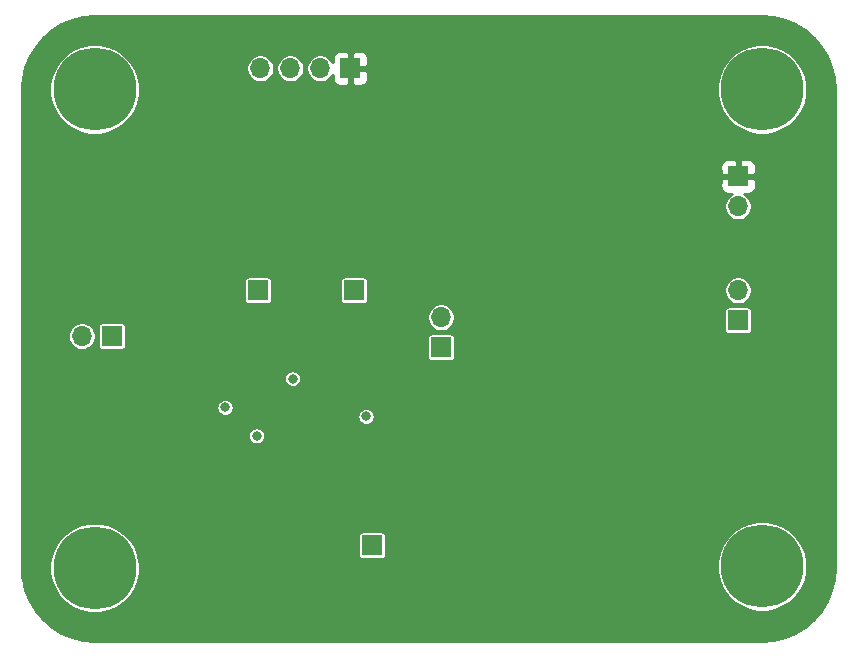
<source format=gbr>
%TF.GenerationSoftware,KiCad,Pcbnew,(5.1.9)-1*%
%TF.CreationDate,2021-07-10T09:16:25-04:00*%
%TF.ProjectId,detector_circuit_LTC6254,64657465-6374-46f7-925f-636972637569,rev?*%
%TF.SameCoordinates,Original*%
%TF.FileFunction,Copper,L2,Inr*%
%TF.FilePolarity,Positive*%
%FSLAX46Y46*%
G04 Gerber Fmt 4.6, Leading zero omitted, Abs format (unit mm)*
G04 Created by KiCad (PCBNEW (5.1.9)-1) date 2021-07-10 09:16:25*
%MOMM*%
%LPD*%
G01*
G04 APERTURE LIST*
%TA.AperFunction,ComponentPad*%
%ADD10C,7.000000*%
%TD*%
%TA.AperFunction,ComponentPad*%
%ADD11R,1.700000X1.700000*%
%TD*%
%TA.AperFunction,ComponentPad*%
%ADD12O,1.700000X1.700000*%
%TD*%
%TA.AperFunction,ViaPad*%
%ADD13C,0.800000*%
%TD*%
%TA.AperFunction,Conductor*%
%ADD14C,0.254000*%
%TD*%
%TA.AperFunction,Conductor*%
%ADD15C,0.100000*%
%TD*%
G04 APERTURE END LIST*
D10*
%TO.N,N/C*%
%TO.C,REF\u002A\u002A*%
X90170000Y-100457000D03*
%TD*%
%TO.N,N/C*%
%TO.C,REF\u002A\u002A*%
X146685000Y-100457000D03*
%TD*%
%TO.N,N/C*%
%TO.C,REF\u002A\u002A*%
X146685000Y-140843000D03*
%TD*%
D11*
%TO.N,Net-(C31-Pad2)*%
%TO.C,TP2*%
X104013000Y-117475000D03*
%TD*%
D12*
%TO.N,/SIPM_OUT*%
%TO.C,J3*%
X104203500Y-98679000D03*
%TO.N,/DET_ADC*%
X106743500Y-98679000D03*
%TO.N,/AMP_OUT*%
X109283500Y-98679000D03*
D11*
%TO.N,GND*%
X111823500Y-98679000D03*
%TD*%
D12*
%TO.N,N/C*%
%TO.C,J2*%
X144653000Y-117475000D03*
D11*
%TO.N,/SIPM_OUT*%
X144653000Y-120015000D03*
%TD*%
D12*
%TO.N,+4.7V*%
%TO.C,J1*%
X144653000Y-110363000D03*
D11*
%TO.N,GND*%
X144653000Y-107823000D03*
%TD*%
D10*
%TO.N,N/C*%
%TO.C,REF\u002A\u002A*%
X90170000Y-140970000D03*
%TD*%
D11*
%TO.N,Net-(C18-Pad2)*%
%TO.C,TP15*%
X113665000Y-139065000D03*
%TD*%
D12*
%TO.N,/AMP_OUT*%
%TO.C,JP1*%
X119507000Y-119761000D03*
D11*
%TO.N,Net-(C36-Pad1)*%
X119507000Y-122301000D03*
%TD*%
%TO.N,/DET_ADC*%
%TO.C,TP1*%
X112141000Y-117475000D03*
%TD*%
D12*
%TO.N,/Filter_IN*%
%TO.C,JP5*%
X89090500Y-121348500D03*
D11*
%TO.N,Net-(C31-Pad1)*%
X91630500Y-121348500D03*
%TD*%
D13*
%TO.N,GND*%
X124460000Y-123190000D03*
X109982000Y-140589000D03*
X100965000Y-140589000D03*
X101219000Y-125349000D03*
X127635000Y-123190000D03*
X114173000Y-100520500D03*
X114681000Y-127635000D03*
X126669800Y-131394200D03*
X122809000Y-131191000D03*
X130429000Y-131191000D03*
X133985000Y-131191000D03*
%TO.N,Net-(C31-Pad1)*%
X106943000Y-124959000D03*
%TO.N,Net-(C36-Pad1)*%
X113157000Y-128143000D03*
X103886000Y-129794000D03*
%TO.N,+4.7V*%
X101219000Y-127381000D03*
%TD*%
D14*
%TO.N,GND*%
X147650585Y-94360540D02*
X148592388Y-94586647D01*
X149487239Y-94957307D01*
X150313075Y-95463379D01*
X151049583Y-96092417D01*
X151678620Y-96828925D01*
X152184694Y-97654764D01*
X152555353Y-98549612D01*
X152781460Y-99491420D01*
X152858001Y-100463963D01*
X152858000Y-140963050D01*
X152781460Y-141935580D01*
X152555353Y-142877388D01*
X152184694Y-143772236D01*
X151678620Y-144598075D01*
X151049583Y-145334583D01*
X150313075Y-145963621D01*
X149487239Y-146469693D01*
X148592388Y-146840353D01*
X147650585Y-147066460D01*
X146678051Y-147143000D01*
X90176950Y-147143000D01*
X89204420Y-147066460D01*
X88262612Y-146840353D01*
X87367764Y-146469694D01*
X86541925Y-145963620D01*
X85805417Y-145334583D01*
X85176379Y-144598075D01*
X84670307Y-143772239D01*
X84299647Y-142877388D01*
X84073540Y-141935585D01*
X84067568Y-141859704D01*
X84066059Y-140593073D01*
X86343000Y-140593073D01*
X86343000Y-141346927D01*
X86490070Y-142086295D01*
X86778557Y-142782764D01*
X87197375Y-143409570D01*
X87730430Y-143942625D01*
X88357236Y-144361443D01*
X89053705Y-144649930D01*
X89793073Y-144797000D01*
X90546927Y-144797000D01*
X91286295Y-144649930D01*
X91982764Y-144361443D01*
X92609570Y-143942625D01*
X93142625Y-143409570D01*
X93561443Y-142782764D01*
X93849930Y-142086295D01*
X93997000Y-141346927D01*
X93997000Y-140593073D01*
X93971739Y-140466073D01*
X142858000Y-140466073D01*
X142858000Y-141219927D01*
X143005070Y-141959295D01*
X143293557Y-142655764D01*
X143712375Y-143282570D01*
X144245430Y-143815625D01*
X144872236Y-144234443D01*
X145568705Y-144522930D01*
X146308073Y-144670000D01*
X147061927Y-144670000D01*
X147801295Y-144522930D01*
X148497764Y-144234443D01*
X149124570Y-143815625D01*
X149657625Y-143282570D01*
X150076443Y-142655764D01*
X150364930Y-141959295D01*
X150512000Y-141219927D01*
X150512000Y-140466073D01*
X150364930Y-139726705D01*
X150076443Y-139030236D01*
X149657625Y-138403430D01*
X149124570Y-137870375D01*
X148497764Y-137451557D01*
X147801295Y-137163070D01*
X147061927Y-137016000D01*
X146308073Y-137016000D01*
X145568705Y-137163070D01*
X144872236Y-137451557D01*
X144245430Y-137870375D01*
X143712375Y-138403430D01*
X143293557Y-139030236D01*
X143005070Y-139726705D01*
X142858000Y-140466073D01*
X93971739Y-140466073D01*
X93849930Y-139853705D01*
X93561443Y-139157236D01*
X93142625Y-138530430D01*
X92827195Y-138215000D01*
X112486418Y-138215000D01*
X112486418Y-139915000D01*
X112492732Y-139979103D01*
X112511430Y-140040743D01*
X112541794Y-140097550D01*
X112582657Y-140147343D01*
X112632450Y-140188206D01*
X112689257Y-140218570D01*
X112750897Y-140237268D01*
X112815000Y-140243582D01*
X114515000Y-140243582D01*
X114579103Y-140237268D01*
X114640743Y-140218570D01*
X114697550Y-140188206D01*
X114747343Y-140147343D01*
X114788206Y-140097550D01*
X114818570Y-140040743D01*
X114837268Y-139979103D01*
X114843582Y-139915000D01*
X114843582Y-138215000D01*
X114837268Y-138150897D01*
X114818570Y-138089257D01*
X114788206Y-138032450D01*
X114747343Y-137982657D01*
X114697550Y-137941794D01*
X114640743Y-137911430D01*
X114579103Y-137892732D01*
X114515000Y-137886418D01*
X112815000Y-137886418D01*
X112750897Y-137892732D01*
X112689257Y-137911430D01*
X112632450Y-137941794D01*
X112582657Y-137982657D01*
X112541794Y-138032450D01*
X112511430Y-138089257D01*
X112492732Y-138150897D01*
X112486418Y-138215000D01*
X92827195Y-138215000D01*
X92609570Y-137997375D01*
X91982764Y-137578557D01*
X91286295Y-137290070D01*
X90546927Y-137143000D01*
X89793073Y-137143000D01*
X89053705Y-137290070D01*
X88357236Y-137578557D01*
X87730430Y-137997375D01*
X87197375Y-138530430D01*
X86778557Y-139157236D01*
X86490070Y-139853705D01*
X86343000Y-140593073D01*
X84066059Y-140593073D01*
X84053103Y-129722397D01*
X103159000Y-129722397D01*
X103159000Y-129865603D01*
X103186938Y-130006058D01*
X103241741Y-130138364D01*
X103321302Y-130257436D01*
X103422564Y-130358698D01*
X103541636Y-130438259D01*
X103673942Y-130493062D01*
X103814397Y-130521000D01*
X103957603Y-130521000D01*
X104098058Y-130493062D01*
X104230364Y-130438259D01*
X104349436Y-130358698D01*
X104450698Y-130257436D01*
X104530259Y-130138364D01*
X104585062Y-130006058D01*
X104613000Y-129865603D01*
X104613000Y-129722397D01*
X104585062Y-129581942D01*
X104530259Y-129449636D01*
X104450698Y-129330564D01*
X104349436Y-129229302D01*
X104230364Y-129149741D01*
X104098058Y-129094938D01*
X103957603Y-129067000D01*
X103814397Y-129067000D01*
X103673942Y-129094938D01*
X103541636Y-129149741D01*
X103422564Y-129229302D01*
X103321302Y-129330564D01*
X103241741Y-129449636D01*
X103186938Y-129581942D01*
X103159000Y-129722397D01*
X84053103Y-129722397D01*
X84050227Y-127309397D01*
X100492000Y-127309397D01*
X100492000Y-127452603D01*
X100519938Y-127593058D01*
X100574741Y-127725364D01*
X100654302Y-127844436D01*
X100755564Y-127945698D01*
X100874636Y-128025259D01*
X101006942Y-128080062D01*
X101147397Y-128108000D01*
X101290603Y-128108000D01*
X101431058Y-128080062D01*
X101451977Y-128071397D01*
X112430000Y-128071397D01*
X112430000Y-128214603D01*
X112457938Y-128355058D01*
X112512741Y-128487364D01*
X112592302Y-128606436D01*
X112693564Y-128707698D01*
X112812636Y-128787259D01*
X112944942Y-128842062D01*
X113085397Y-128870000D01*
X113228603Y-128870000D01*
X113369058Y-128842062D01*
X113501364Y-128787259D01*
X113620436Y-128707698D01*
X113721698Y-128606436D01*
X113801259Y-128487364D01*
X113856062Y-128355058D01*
X113884000Y-128214603D01*
X113884000Y-128071397D01*
X113856062Y-127930942D01*
X113801259Y-127798636D01*
X113721698Y-127679564D01*
X113620436Y-127578302D01*
X113501364Y-127498741D01*
X113369058Y-127443938D01*
X113228603Y-127416000D01*
X113085397Y-127416000D01*
X112944942Y-127443938D01*
X112812636Y-127498741D01*
X112693564Y-127578302D01*
X112592302Y-127679564D01*
X112512741Y-127798636D01*
X112457938Y-127930942D01*
X112430000Y-128071397D01*
X101451977Y-128071397D01*
X101563364Y-128025259D01*
X101682436Y-127945698D01*
X101783698Y-127844436D01*
X101863259Y-127725364D01*
X101918062Y-127593058D01*
X101946000Y-127452603D01*
X101946000Y-127309397D01*
X101918062Y-127168942D01*
X101863259Y-127036636D01*
X101783698Y-126917564D01*
X101682436Y-126816302D01*
X101563364Y-126736741D01*
X101431058Y-126681938D01*
X101290603Y-126654000D01*
X101147397Y-126654000D01*
X101006942Y-126681938D01*
X100874636Y-126736741D01*
X100755564Y-126816302D01*
X100654302Y-126917564D01*
X100574741Y-127036636D01*
X100519938Y-127168942D01*
X100492000Y-127309397D01*
X84050227Y-127309397D01*
X84047340Y-124887397D01*
X106216000Y-124887397D01*
X106216000Y-125030603D01*
X106243938Y-125171058D01*
X106298741Y-125303364D01*
X106378302Y-125422436D01*
X106479564Y-125523698D01*
X106598636Y-125603259D01*
X106730942Y-125658062D01*
X106871397Y-125686000D01*
X107014603Y-125686000D01*
X107155058Y-125658062D01*
X107287364Y-125603259D01*
X107406436Y-125523698D01*
X107507698Y-125422436D01*
X107587259Y-125303364D01*
X107642062Y-125171058D01*
X107670000Y-125030603D01*
X107670000Y-124887397D01*
X107642062Y-124746942D01*
X107587259Y-124614636D01*
X107507698Y-124495564D01*
X107406436Y-124394302D01*
X107287364Y-124314741D01*
X107155058Y-124259938D01*
X107014603Y-124232000D01*
X106871397Y-124232000D01*
X106730942Y-124259938D01*
X106598636Y-124314741D01*
X106479564Y-124394302D01*
X106378302Y-124495564D01*
X106298741Y-124614636D01*
X106243938Y-124746942D01*
X106216000Y-124887397D01*
X84047340Y-124887397D01*
X84042983Y-121232576D01*
X87913500Y-121232576D01*
X87913500Y-121464424D01*
X87958731Y-121691818D01*
X88047456Y-121906019D01*
X88176264Y-122098794D01*
X88340206Y-122262736D01*
X88532981Y-122391544D01*
X88747182Y-122480269D01*
X88974576Y-122525500D01*
X89206424Y-122525500D01*
X89433818Y-122480269D01*
X89648019Y-122391544D01*
X89840794Y-122262736D01*
X90004736Y-122098794D01*
X90133544Y-121906019D01*
X90222269Y-121691818D01*
X90267500Y-121464424D01*
X90267500Y-121232576D01*
X90222269Y-121005182D01*
X90133544Y-120790981D01*
X90004736Y-120598206D01*
X89905030Y-120498500D01*
X90451918Y-120498500D01*
X90451918Y-122198500D01*
X90458232Y-122262603D01*
X90476930Y-122324243D01*
X90507294Y-122381050D01*
X90548157Y-122430843D01*
X90597950Y-122471706D01*
X90654757Y-122502070D01*
X90716397Y-122520768D01*
X90780500Y-122527082D01*
X92480500Y-122527082D01*
X92544603Y-122520768D01*
X92606243Y-122502070D01*
X92663050Y-122471706D01*
X92712843Y-122430843D01*
X92753706Y-122381050D01*
X92784070Y-122324243D01*
X92802768Y-122262603D01*
X92809082Y-122198500D01*
X92809082Y-121451000D01*
X118328418Y-121451000D01*
X118328418Y-123151000D01*
X118334732Y-123215103D01*
X118353430Y-123276743D01*
X118383794Y-123333550D01*
X118424657Y-123383343D01*
X118474450Y-123424206D01*
X118531257Y-123454570D01*
X118592897Y-123473268D01*
X118657000Y-123479582D01*
X120357000Y-123479582D01*
X120421103Y-123473268D01*
X120482743Y-123454570D01*
X120539550Y-123424206D01*
X120589343Y-123383343D01*
X120630206Y-123333550D01*
X120660570Y-123276743D01*
X120679268Y-123215103D01*
X120685582Y-123151000D01*
X120685582Y-121451000D01*
X120679268Y-121386897D01*
X120660570Y-121325257D01*
X120630206Y-121268450D01*
X120589343Y-121218657D01*
X120539550Y-121177794D01*
X120482743Y-121147430D01*
X120421103Y-121128732D01*
X120357000Y-121122418D01*
X118657000Y-121122418D01*
X118592897Y-121128732D01*
X118531257Y-121147430D01*
X118474450Y-121177794D01*
X118424657Y-121218657D01*
X118383794Y-121268450D01*
X118353430Y-121325257D01*
X118334732Y-121386897D01*
X118328418Y-121451000D01*
X92809082Y-121451000D01*
X92809082Y-120498500D01*
X92802768Y-120434397D01*
X92784070Y-120372757D01*
X92753706Y-120315950D01*
X92712843Y-120266157D01*
X92663050Y-120225294D01*
X92606243Y-120194930D01*
X92544603Y-120176232D01*
X92480500Y-120169918D01*
X90780500Y-120169918D01*
X90716397Y-120176232D01*
X90654757Y-120194930D01*
X90597950Y-120225294D01*
X90548157Y-120266157D01*
X90507294Y-120315950D01*
X90476930Y-120372757D01*
X90458232Y-120434397D01*
X90451918Y-120498500D01*
X89905030Y-120498500D01*
X89840794Y-120434264D01*
X89648019Y-120305456D01*
X89433818Y-120216731D01*
X89206424Y-120171500D01*
X88974576Y-120171500D01*
X88747182Y-120216731D01*
X88532981Y-120305456D01*
X88340206Y-120434264D01*
X88176264Y-120598206D01*
X88047456Y-120790981D01*
X87958731Y-121005182D01*
X87913500Y-121232576D01*
X84042983Y-121232576D01*
X84041091Y-119645076D01*
X118330000Y-119645076D01*
X118330000Y-119876924D01*
X118375231Y-120104318D01*
X118463956Y-120318519D01*
X118592764Y-120511294D01*
X118756706Y-120675236D01*
X118949481Y-120804044D01*
X119163682Y-120892769D01*
X119391076Y-120938000D01*
X119622924Y-120938000D01*
X119850318Y-120892769D01*
X120064519Y-120804044D01*
X120257294Y-120675236D01*
X120421236Y-120511294D01*
X120550044Y-120318519D01*
X120638769Y-120104318D01*
X120684000Y-119876924D01*
X120684000Y-119645076D01*
X120638769Y-119417682D01*
X120550044Y-119203481D01*
X120524332Y-119165000D01*
X143474418Y-119165000D01*
X143474418Y-120865000D01*
X143480732Y-120929103D01*
X143499430Y-120990743D01*
X143529794Y-121047550D01*
X143570657Y-121097343D01*
X143620450Y-121138206D01*
X143677257Y-121168570D01*
X143738897Y-121187268D01*
X143803000Y-121193582D01*
X145503000Y-121193582D01*
X145567103Y-121187268D01*
X145628743Y-121168570D01*
X145685550Y-121138206D01*
X145735343Y-121097343D01*
X145776206Y-121047550D01*
X145806570Y-120990743D01*
X145825268Y-120929103D01*
X145831582Y-120865000D01*
X145831582Y-119165000D01*
X145825268Y-119100897D01*
X145806570Y-119039257D01*
X145776206Y-118982450D01*
X145735343Y-118932657D01*
X145685550Y-118891794D01*
X145628743Y-118861430D01*
X145567103Y-118842732D01*
X145503000Y-118836418D01*
X143803000Y-118836418D01*
X143738897Y-118842732D01*
X143677257Y-118861430D01*
X143620450Y-118891794D01*
X143570657Y-118932657D01*
X143529794Y-118982450D01*
X143499430Y-119039257D01*
X143480732Y-119100897D01*
X143474418Y-119165000D01*
X120524332Y-119165000D01*
X120421236Y-119010706D01*
X120257294Y-118846764D01*
X120064519Y-118717956D01*
X119850318Y-118629231D01*
X119622924Y-118584000D01*
X119391076Y-118584000D01*
X119163682Y-118629231D01*
X118949481Y-118717956D01*
X118756706Y-118846764D01*
X118592764Y-119010706D01*
X118463956Y-119203481D01*
X118375231Y-119417682D01*
X118330000Y-119645076D01*
X84041091Y-119645076D01*
X84037491Y-116625000D01*
X102834418Y-116625000D01*
X102834418Y-118325000D01*
X102840732Y-118389103D01*
X102859430Y-118450743D01*
X102889794Y-118507550D01*
X102930657Y-118557343D01*
X102980450Y-118598206D01*
X103037257Y-118628570D01*
X103098897Y-118647268D01*
X103163000Y-118653582D01*
X104863000Y-118653582D01*
X104927103Y-118647268D01*
X104988743Y-118628570D01*
X105045550Y-118598206D01*
X105095343Y-118557343D01*
X105136206Y-118507550D01*
X105166570Y-118450743D01*
X105185268Y-118389103D01*
X105191582Y-118325000D01*
X105191582Y-116625000D01*
X110962418Y-116625000D01*
X110962418Y-118325000D01*
X110968732Y-118389103D01*
X110987430Y-118450743D01*
X111017794Y-118507550D01*
X111058657Y-118557343D01*
X111108450Y-118598206D01*
X111165257Y-118628570D01*
X111226897Y-118647268D01*
X111291000Y-118653582D01*
X112991000Y-118653582D01*
X113055103Y-118647268D01*
X113116743Y-118628570D01*
X113173550Y-118598206D01*
X113223343Y-118557343D01*
X113264206Y-118507550D01*
X113294570Y-118450743D01*
X113313268Y-118389103D01*
X113319582Y-118325000D01*
X113319582Y-117359076D01*
X143476000Y-117359076D01*
X143476000Y-117590924D01*
X143521231Y-117818318D01*
X143609956Y-118032519D01*
X143738764Y-118225294D01*
X143902706Y-118389236D01*
X144095481Y-118518044D01*
X144309682Y-118606769D01*
X144537076Y-118652000D01*
X144768924Y-118652000D01*
X144996318Y-118606769D01*
X145210519Y-118518044D01*
X145403294Y-118389236D01*
X145567236Y-118225294D01*
X145696044Y-118032519D01*
X145784769Y-117818318D01*
X145830000Y-117590924D01*
X145830000Y-117359076D01*
X145784769Y-117131682D01*
X145696044Y-116917481D01*
X145567236Y-116724706D01*
X145403294Y-116560764D01*
X145210519Y-116431956D01*
X144996318Y-116343231D01*
X144768924Y-116298000D01*
X144537076Y-116298000D01*
X144309682Y-116343231D01*
X144095481Y-116431956D01*
X143902706Y-116560764D01*
X143738764Y-116724706D01*
X143609956Y-116917481D01*
X143521231Y-117131682D01*
X143476000Y-117359076D01*
X113319582Y-117359076D01*
X113319582Y-116625000D01*
X113313268Y-116560897D01*
X113294570Y-116499257D01*
X113264206Y-116442450D01*
X113223343Y-116392657D01*
X113173550Y-116351794D01*
X113116743Y-116321430D01*
X113055103Y-116302732D01*
X112991000Y-116296418D01*
X111291000Y-116296418D01*
X111226897Y-116302732D01*
X111165257Y-116321430D01*
X111108450Y-116351794D01*
X111058657Y-116392657D01*
X111017794Y-116442450D01*
X110987430Y-116499257D01*
X110968732Y-116560897D01*
X110962418Y-116625000D01*
X105191582Y-116625000D01*
X105185268Y-116560897D01*
X105166570Y-116499257D01*
X105136206Y-116442450D01*
X105095343Y-116392657D01*
X105045550Y-116351794D01*
X104988743Y-116321430D01*
X104927103Y-116302732D01*
X104863000Y-116296418D01*
X103163000Y-116296418D01*
X103098897Y-116302732D01*
X103037257Y-116321430D01*
X102980450Y-116351794D01*
X102930657Y-116392657D01*
X102889794Y-116442450D01*
X102859430Y-116499257D01*
X102840732Y-116560897D01*
X102834418Y-116625000D01*
X84037491Y-116625000D01*
X84028013Y-108673000D01*
X143164928Y-108673000D01*
X143177188Y-108797482D01*
X143213498Y-108917180D01*
X143272463Y-109027494D01*
X143351815Y-109124185D01*
X143448506Y-109203537D01*
X143558820Y-109262502D01*
X143678518Y-109298812D01*
X143803000Y-109311072D01*
X144121110Y-109309340D01*
X144095481Y-109319956D01*
X143902706Y-109448764D01*
X143738764Y-109612706D01*
X143609956Y-109805481D01*
X143521231Y-110019682D01*
X143476000Y-110247076D01*
X143476000Y-110478924D01*
X143521231Y-110706318D01*
X143609956Y-110920519D01*
X143738764Y-111113294D01*
X143902706Y-111277236D01*
X144095481Y-111406044D01*
X144309682Y-111494769D01*
X144537076Y-111540000D01*
X144768924Y-111540000D01*
X144996318Y-111494769D01*
X145210519Y-111406044D01*
X145403294Y-111277236D01*
X145567236Y-111113294D01*
X145696044Y-110920519D01*
X145784769Y-110706318D01*
X145830000Y-110478924D01*
X145830000Y-110247076D01*
X145784769Y-110019682D01*
X145696044Y-109805481D01*
X145567236Y-109612706D01*
X145403294Y-109448764D01*
X145210519Y-109319956D01*
X145184890Y-109309340D01*
X145503000Y-109311072D01*
X145627482Y-109298812D01*
X145747180Y-109262502D01*
X145857494Y-109203537D01*
X145954185Y-109124185D01*
X146033537Y-109027494D01*
X146092502Y-108917180D01*
X146128812Y-108797482D01*
X146141072Y-108673000D01*
X146138000Y-108108750D01*
X145979250Y-107950000D01*
X144780000Y-107950000D01*
X144780000Y-107970000D01*
X144526000Y-107970000D01*
X144526000Y-107950000D01*
X143326750Y-107950000D01*
X143168000Y-108108750D01*
X143164928Y-108673000D01*
X84028013Y-108673000D01*
X84025987Y-106973000D01*
X143164928Y-106973000D01*
X143168000Y-107537250D01*
X143326750Y-107696000D01*
X144526000Y-107696000D01*
X144526000Y-106496750D01*
X144780000Y-106496750D01*
X144780000Y-107696000D01*
X145979250Y-107696000D01*
X146138000Y-107537250D01*
X146141072Y-106973000D01*
X146128812Y-106848518D01*
X146092502Y-106728820D01*
X146033537Y-106618506D01*
X145954185Y-106521815D01*
X145857494Y-106442463D01*
X145747180Y-106383498D01*
X145627482Y-106347188D01*
X145503000Y-106334928D01*
X144938750Y-106338000D01*
X144780000Y-106496750D01*
X144526000Y-106496750D01*
X144367250Y-106338000D01*
X143803000Y-106334928D01*
X143678518Y-106347188D01*
X143558820Y-106383498D01*
X143448506Y-106442463D01*
X143351815Y-106521815D01*
X143272463Y-106618506D01*
X143213498Y-106728820D01*
X143177188Y-106848518D01*
X143164928Y-106973000D01*
X84025987Y-106973000D01*
X84017911Y-100198248D01*
X84027211Y-100080073D01*
X86343000Y-100080073D01*
X86343000Y-100833927D01*
X86490070Y-101573295D01*
X86778557Y-102269764D01*
X87197375Y-102896570D01*
X87730430Y-103429625D01*
X88357236Y-103848443D01*
X89053705Y-104136930D01*
X89793073Y-104284000D01*
X90546927Y-104284000D01*
X91286295Y-104136930D01*
X91982764Y-103848443D01*
X92609570Y-103429625D01*
X93142625Y-102896570D01*
X93561443Y-102269764D01*
X93849930Y-101573295D01*
X93997000Y-100833927D01*
X93997000Y-100080073D01*
X93849930Y-99340705D01*
X93561443Y-98644236D01*
X93507214Y-98563076D01*
X103026500Y-98563076D01*
X103026500Y-98794924D01*
X103071731Y-99022318D01*
X103160456Y-99236519D01*
X103289264Y-99429294D01*
X103453206Y-99593236D01*
X103645981Y-99722044D01*
X103860182Y-99810769D01*
X104087576Y-99856000D01*
X104319424Y-99856000D01*
X104546818Y-99810769D01*
X104761019Y-99722044D01*
X104953794Y-99593236D01*
X105117736Y-99429294D01*
X105246544Y-99236519D01*
X105335269Y-99022318D01*
X105380500Y-98794924D01*
X105380500Y-98563076D01*
X105566500Y-98563076D01*
X105566500Y-98794924D01*
X105611731Y-99022318D01*
X105700456Y-99236519D01*
X105829264Y-99429294D01*
X105993206Y-99593236D01*
X106185981Y-99722044D01*
X106400182Y-99810769D01*
X106627576Y-99856000D01*
X106859424Y-99856000D01*
X107086818Y-99810769D01*
X107301019Y-99722044D01*
X107493794Y-99593236D01*
X107657736Y-99429294D01*
X107786544Y-99236519D01*
X107875269Y-99022318D01*
X107920500Y-98794924D01*
X107920500Y-98563076D01*
X108106500Y-98563076D01*
X108106500Y-98794924D01*
X108151731Y-99022318D01*
X108240456Y-99236519D01*
X108369264Y-99429294D01*
X108533206Y-99593236D01*
X108725981Y-99722044D01*
X108940182Y-99810769D01*
X109167576Y-99856000D01*
X109399424Y-99856000D01*
X109626818Y-99810769D01*
X109841019Y-99722044D01*
X110033794Y-99593236D01*
X110197736Y-99429294D01*
X110326544Y-99236519D01*
X110337160Y-99210890D01*
X110335428Y-99529000D01*
X110347688Y-99653482D01*
X110383998Y-99773180D01*
X110442963Y-99883494D01*
X110522315Y-99980185D01*
X110619006Y-100059537D01*
X110729320Y-100118502D01*
X110849018Y-100154812D01*
X110973500Y-100167072D01*
X111537750Y-100164000D01*
X111696500Y-100005250D01*
X111696500Y-98806000D01*
X111950500Y-98806000D01*
X111950500Y-100005250D01*
X112109250Y-100164000D01*
X112673500Y-100167072D01*
X112797982Y-100154812D01*
X112917680Y-100118502D01*
X112989574Y-100080073D01*
X142858000Y-100080073D01*
X142858000Y-100833927D01*
X143005070Y-101573295D01*
X143293557Y-102269764D01*
X143712375Y-102896570D01*
X144245430Y-103429625D01*
X144872236Y-103848443D01*
X145568705Y-104136930D01*
X146308073Y-104284000D01*
X147061927Y-104284000D01*
X147801295Y-104136930D01*
X148497764Y-103848443D01*
X149124570Y-103429625D01*
X149657625Y-102896570D01*
X150076443Y-102269764D01*
X150364930Y-101573295D01*
X150512000Y-100833927D01*
X150512000Y-100080073D01*
X150364930Y-99340705D01*
X150076443Y-98644236D01*
X149657625Y-98017430D01*
X149124570Y-97484375D01*
X148497764Y-97065557D01*
X147801295Y-96777070D01*
X147061927Y-96630000D01*
X146308073Y-96630000D01*
X145568705Y-96777070D01*
X144872236Y-97065557D01*
X144245430Y-97484375D01*
X143712375Y-98017430D01*
X143293557Y-98644236D01*
X143005070Y-99340705D01*
X142858000Y-100080073D01*
X112989574Y-100080073D01*
X113027994Y-100059537D01*
X113124685Y-99980185D01*
X113204037Y-99883494D01*
X113263002Y-99773180D01*
X113299312Y-99653482D01*
X113311572Y-99529000D01*
X113308500Y-98964750D01*
X113149750Y-98806000D01*
X111950500Y-98806000D01*
X111696500Y-98806000D01*
X111676500Y-98806000D01*
X111676500Y-98552000D01*
X111696500Y-98552000D01*
X111696500Y-97352750D01*
X111950500Y-97352750D01*
X111950500Y-98552000D01*
X113149750Y-98552000D01*
X113308500Y-98393250D01*
X113311572Y-97829000D01*
X113299312Y-97704518D01*
X113263002Y-97584820D01*
X113204037Y-97474506D01*
X113124685Y-97377815D01*
X113027994Y-97298463D01*
X112917680Y-97239498D01*
X112797982Y-97203188D01*
X112673500Y-97190928D01*
X112109250Y-97194000D01*
X111950500Y-97352750D01*
X111696500Y-97352750D01*
X111537750Y-97194000D01*
X110973500Y-97190928D01*
X110849018Y-97203188D01*
X110729320Y-97239498D01*
X110619006Y-97298463D01*
X110522315Y-97377815D01*
X110442963Y-97474506D01*
X110383998Y-97584820D01*
X110347688Y-97704518D01*
X110335428Y-97829000D01*
X110337160Y-98147110D01*
X110326544Y-98121481D01*
X110197736Y-97928706D01*
X110033794Y-97764764D01*
X109841019Y-97635956D01*
X109626818Y-97547231D01*
X109399424Y-97502000D01*
X109167576Y-97502000D01*
X108940182Y-97547231D01*
X108725981Y-97635956D01*
X108533206Y-97764764D01*
X108369264Y-97928706D01*
X108240456Y-98121481D01*
X108151731Y-98335682D01*
X108106500Y-98563076D01*
X107920500Y-98563076D01*
X107875269Y-98335682D01*
X107786544Y-98121481D01*
X107657736Y-97928706D01*
X107493794Y-97764764D01*
X107301019Y-97635956D01*
X107086818Y-97547231D01*
X106859424Y-97502000D01*
X106627576Y-97502000D01*
X106400182Y-97547231D01*
X106185981Y-97635956D01*
X105993206Y-97764764D01*
X105829264Y-97928706D01*
X105700456Y-98121481D01*
X105611731Y-98335682D01*
X105566500Y-98563076D01*
X105380500Y-98563076D01*
X105335269Y-98335682D01*
X105246544Y-98121481D01*
X105117736Y-97928706D01*
X104953794Y-97764764D01*
X104761019Y-97635956D01*
X104546818Y-97547231D01*
X104319424Y-97502000D01*
X104087576Y-97502000D01*
X103860182Y-97547231D01*
X103645981Y-97635956D01*
X103453206Y-97764764D01*
X103289264Y-97928706D01*
X103160456Y-98121481D01*
X103071731Y-98335682D01*
X103026500Y-98563076D01*
X93507214Y-98563076D01*
X93142625Y-98017430D01*
X92609570Y-97484375D01*
X91982764Y-97065557D01*
X91286295Y-96777070D01*
X90546927Y-96630000D01*
X89793073Y-96630000D01*
X89053705Y-96777070D01*
X88357236Y-97065557D01*
X87730430Y-97484375D01*
X87197375Y-98017430D01*
X86778557Y-98644236D01*
X86490070Y-99340705D01*
X86343000Y-100080073D01*
X84027211Y-100080073D01*
X84073540Y-99491415D01*
X84299647Y-98549612D01*
X84670307Y-97654761D01*
X85176379Y-96828925D01*
X85805417Y-96092417D01*
X86541925Y-95463380D01*
X87367764Y-94957306D01*
X88262612Y-94586647D01*
X89204420Y-94360540D01*
X90176950Y-94284000D01*
X146678051Y-94284000D01*
X147650585Y-94360540D01*
%TA.AperFunction,Conductor*%
D15*
G36*
X147650585Y-94360540D02*
G01*
X148592388Y-94586647D01*
X149487239Y-94957307D01*
X150313075Y-95463379D01*
X151049583Y-96092417D01*
X151678620Y-96828925D01*
X152184694Y-97654764D01*
X152555353Y-98549612D01*
X152781460Y-99491420D01*
X152858001Y-100463963D01*
X152858000Y-140963050D01*
X152781460Y-141935580D01*
X152555353Y-142877388D01*
X152184694Y-143772236D01*
X151678620Y-144598075D01*
X151049583Y-145334583D01*
X150313075Y-145963621D01*
X149487239Y-146469693D01*
X148592388Y-146840353D01*
X147650585Y-147066460D01*
X146678051Y-147143000D01*
X90176950Y-147143000D01*
X89204420Y-147066460D01*
X88262612Y-146840353D01*
X87367764Y-146469694D01*
X86541925Y-145963620D01*
X85805417Y-145334583D01*
X85176379Y-144598075D01*
X84670307Y-143772239D01*
X84299647Y-142877388D01*
X84073540Y-141935585D01*
X84067568Y-141859704D01*
X84066059Y-140593073D01*
X86343000Y-140593073D01*
X86343000Y-141346927D01*
X86490070Y-142086295D01*
X86778557Y-142782764D01*
X87197375Y-143409570D01*
X87730430Y-143942625D01*
X88357236Y-144361443D01*
X89053705Y-144649930D01*
X89793073Y-144797000D01*
X90546927Y-144797000D01*
X91286295Y-144649930D01*
X91982764Y-144361443D01*
X92609570Y-143942625D01*
X93142625Y-143409570D01*
X93561443Y-142782764D01*
X93849930Y-142086295D01*
X93997000Y-141346927D01*
X93997000Y-140593073D01*
X93971739Y-140466073D01*
X142858000Y-140466073D01*
X142858000Y-141219927D01*
X143005070Y-141959295D01*
X143293557Y-142655764D01*
X143712375Y-143282570D01*
X144245430Y-143815625D01*
X144872236Y-144234443D01*
X145568705Y-144522930D01*
X146308073Y-144670000D01*
X147061927Y-144670000D01*
X147801295Y-144522930D01*
X148497764Y-144234443D01*
X149124570Y-143815625D01*
X149657625Y-143282570D01*
X150076443Y-142655764D01*
X150364930Y-141959295D01*
X150512000Y-141219927D01*
X150512000Y-140466073D01*
X150364930Y-139726705D01*
X150076443Y-139030236D01*
X149657625Y-138403430D01*
X149124570Y-137870375D01*
X148497764Y-137451557D01*
X147801295Y-137163070D01*
X147061927Y-137016000D01*
X146308073Y-137016000D01*
X145568705Y-137163070D01*
X144872236Y-137451557D01*
X144245430Y-137870375D01*
X143712375Y-138403430D01*
X143293557Y-139030236D01*
X143005070Y-139726705D01*
X142858000Y-140466073D01*
X93971739Y-140466073D01*
X93849930Y-139853705D01*
X93561443Y-139157236D01*
X93142625Y-138530430D01*
X92827195Y-138215000D01*
X112486418Y-138215000D01*
X112486418Y-139915000D01*
X112492732Y-139979103D01*
X112511430Y-140040743D01*
X112541794Y-140097550D01*
X112582657Y-140147343D01*
X112632450Y-140188206D01*
X112689257Y-140218570D01*
X112750897Y-140237268D01*
X112815000Y-140243582D01*
X114515000Y-140243582D01*
X114579103Y-140237268D01*
X114640743Y-140218570D01*
X114697550Y-140188206D01*
X114747343Y-140147343D01*
X114788206Y-140097550D01*
X114818570Y-140040743D01*
X114837268Y-139979103D01*
X114843582Y-139915000D01*
X114843582Y-138215000D01*
X114837268Y-138150897D01*
X114818570Y-138089257D01*
X114788206Y-138032450D01*
X114747343Y-137982657D01*
X114697550Y-137941794D01*
X114640743Y-137911430D01*
X114579103Y-137892732D01*
X114515000Y-137886418D01*
X112815000Y-137886418D01*
X112750897Y-137892732D01*
X112689257Y-137911430D01*
X112632450Y-137941794D01*
X112582657Y-137982657D01*
X112541794Y-138032450D01*
X112511430Y-138089257D01*
X112492732Y-138150897D01*
X112486418Y-138215000D01*
X92827195Y-138215000D01*
X92609570Y-137997375D01*
X91982764Y-137578557D01*
X91286295Y-137290070D01*
X90546927Y-137143000D01*
X89793073Y-137143000D01*
X89053705Y-137290070D01*
X88357236Y-137578557D01*
X87730430Y-137997375D01*
X87197375Y-138530430D01*
X86778557Y-139157236D01*
X86490070Y-139853705D01*
X86343000Y-140593073D01*
X84066059Y-140593073D01*
X84053103Y-129722397D01*
X103159000Y-129722397D01*
X103159000Y-129865603D01*
X103186938Y-130006058D01*
X103241741Y-130138364D01*
X103321302Y-130257436D01*
X103422564Y-130358698D01*
X103541636Y-130438259D01*
X103673942Y-130493062D01*
X103814397Y-130521000D01*
X103957603Y-130521000D01*
X104098058Y-130493062D01*
X104230364Y-130438259D01*
X104349436Y-130358698D01*
X104450698Y-130257436D01*
X104530259Y-130138364D01*
X104585062Y-130006058D01*
X104613000Y-129865603D01*
X104613000Y-129722397D01*
X104585062Y-129581942D01*
X104530259Y-129449636D01*
X104450698Y-129330564D01*
X104349436Y-129229302D01*
X104230364Y-129149741D01*
X104098058Y-129094938D01*
X103957603Y-129067000D01*
X103814397Y-129067000D01*
X103673942Y-129094938D01*
X103541636Y-129149741D01*
X103422564Y-129229302D01*
X103321302Y-129330564D01*
X103241741Y-129449636D01*
X103186938Y-129581942D01*
X103159000Y-129722397D01*
X84053103Y-129722397D01*
X84050227Y-127309397D01*
X100492000Y-127309397D01*
X100492000Y-127452603D01*
X100519938Y-127593058D01*
X100574741Y-127725364D01*
X100654302Y-127844436D01*
X100755564Y-127945698D01*
X100874636Y-128025259D01*
X101006942Y-128080062D01*
X101147397Y-128108000D01*
X101290603Y-128108000D01*
X101431058Y-128080062D01*
X101451977Y-128071397D01*
X112430000Y-128071397D01*
X112430000Y-128214603D01*
X112457938Y-128355058D01*
X112512741Y-128487364D01*
X112592302Y-128606436D01*
X112693564Y-128707698D01*
X112812636Y-128787259D01*
X112944942Y-128842062D01*
X113085397Y-128870000D01*
X113228603Y-128870000D01*
X113369058Y-128842062D01*
X113501364Y-128787259D01*
X113620436Y-128707698D01*
X113721698Y-128606436D01*
X113801259Y-128487364D01*
X113856062Y-128355058D01*
X113884000Y-128214603D01*
X113884000Y-128071397D01*
X113856062Y-127930942D01*
X113801259Y-127798636D01*
X113721698Y-127679564D01*
X113620436Y-127578302D01*
X113501364Y-127498741D01*
X113369058Y-127443938D01*
X113228603Y-127416000D01*
X113085397Y-127416000D01*
X112944942Y-127443938D01*
X112812636Y-127498741D01*
X112693564Y-127578302D01*
X112592302Y-127679564D01*
X112512741Y-127798636D01*
X112457938Y-127930942D01*
X112430000Y-128071397D01*
X101451977Y-128071397D01*
X101563364Y-128025259D01*
X101682436Y-127945698D01*
X101783698Y-127844436D01*
X101863259Y-127725364D01*
X101918062Y-127593058D01*
X101946000Y-127452603D01*
X101946000Y-127309397D01*
X101918062Y-127168942D01*
X101863259Y-127036636D01*
X101783698Y-126917564D01*
X101682436Y-126816302D01*
X101563364Y-126736741D01*
X101431058Y-126681938D01*
X101290603Y-126654000D01*
X101147397Y-126654000D01*
X101006942Y-126681938D01*
X100874636Y-126736741D01*
X100755564Y-126816302D01*
X100654302Y-126917564D01*
X100574741Y-127036636D01*
X100519938Y-127168942D01*
X100492000Y-127309397D01*
X84050227Y-127309397D01*
X84047340Y-124887397D01*
X106216000Y-124887397D01*
X106216000Y-125030603D01*
X106243938Y-125171058D01*
X106298741Y-125303364D01*
X106378302Y-125422436D01*
X106479564Y-125523698D01*
X106598636Y-125603259D01*
X106730942Y-125658062D01*
X106871397Y-125686000D01*
X107014603Y-125686000D01*
X107155058Y-125658062D01*
X107287364Y-125603259D01*
X107406436Y-125523698D01*
X107507698Y-125422436D01*
X107587259Y-125303364D01*
X107642062Y-125171058D01*
X107670000Y-125030603D01*
X107670000Y-124887397D01*
X107642062Y-124746942D01*
X107587259Y-124614636D01*
X107507698Y-124495564D01*
X107406436Y-124394302D01*
X107287364Y-124314741D01*
X107155058Y-124259938D01*
X107014603Y-124232000D01*
X106871397Y-124232000D01*
X106730942Y-124259938D01*
X106598636Y-124314741D01*
X106479564Y-124394302D01*
X106378302Y-124495564D01*
X106298741Y-124614636D01*
X106243938Y-124746942D01*
X106216000Y-124887397D01*
X84047340Y-124887397D01*
X84042983Y-121232576D01*
X87913500Y-121232576D01*
X87913500Y-121464424D01*
X87958731Y-121691818D01*
X88047456Y-121906019D01*
X88176264Y-122098794D01*
X88340206Y-122262736D01*
X88532981Y-122391544D01*
X88747182Y-122480269D01*
X88974576Y-122525500D01*
X89206424Y-122525500D01*
X89433818Y-122480269D01*
X89648019Y-122391544D01*
X89840794Y-122262736D01*
X90004736Y-122098794D01*
X90133544Y-121906019D01*
X90222269Y-121691818D01*
X90267500Y-121464424D01*
X90267500Y-121232576D01*
X90222269Y-121005182D01*
X90133544Y-120790981D01*
X90004736Y-120598206D01*
X89905030Y-120498500D01*
X90451918Y-120498500D01*
X90451918Y-122198500D01*
X90458232Y-122262603D01*
X90476930Y-122324243D01*
X90507294Y-122381050D01*
X90548157Y-122430843D01*
X90597950Y-122471706D01*
X90654757Y-122502070D01*
X90716397Y-122520768D01*
X90780500Y-122527082D01*
X92480500Y-122527082D01*
X92544603Y-122520768D01*
X92606243Y-122502070D01*
X92663050Y-122471706D01*
X92712843Y-122430843D01*
X92753706Y-122381050D01*
X92784070Y-122324243D01*
X92802768Y-122262603D01*
X92809082Y-122198500D01*
X92809082Y-121451000D01*
X118328418Y-121451000D01*
X118328418Y-123151000D01*
X118334732Y-123215103D01*
X118353430Y-123276743D01*
X118383794Y-123333550D01*
X118424657Y-123383343D01*
X118474450Y-123424206D01*
X118531257Y-123454570D01*
X118592897Y-123473268D01*
X118657000Y-123479582D01*
X120357000Y-123479582D01*
X120421103Y-123473268D01*
X120482743Y-123454570D01*
X120539550Y-123424206D01*
X120589343Y-123383343D01*
X120630206Y-123333550D01*
X120660570Y-123276743D01*
X120679268Y-123215103D01*
X120685582Y-123151000D01*
X120685582Y-121451000D01*
X120679268Y-121386897D01*
X120660570Y-121325257D01*
X120630206Y-121268450D01*
X120589343Y-121218657D01*
X120539550Y-121177794D01*
X120482743Y-121147430D01*
X120421103Y-121128732D01*
X120357000Y-121122418D01*
X118657000Y-121122418D01*
X118592897Y-121128732D01*
X118531257Y-121147430D01*
X118474450Y-121177794D01*
X118424657Y-121218657D01*
X118383794Y-121268450D01*
X118353430Y-121325257D01*
X118334732Y-121386897D01*
X118328418Y-121451000D01*
X92809082Y-121451000D01*
X92809082Y-120498500D01*
X92802768Y-120434397D01*
X92784070Y-120372757D01*
X92753706Y-120315950D01*
X92712843Y-120266157D01*
X92663050Y-120225294D01*
X92606243Y-120194930D01*
X92544603Y-120176232D01*
X92480500Y-120169918D01*
X90780500Y-120169918D01*
X90716397Y-120176232D01*
X90654757Y-120194930D01*
X90597950Y-120225294D01*
X90548157Y-120266157D01*
X90507294Y-120315950D01*
X90476930Y-120372757D01*
X90458232Y-120434397D01*
X90451918Y-120498500D01*
X89905030Y-120498500D01*
X89840794Y-120434264D01*
X89648019Y-120305456D01*
X89433818Y-120216731D01*
X89206424Y-120171500D01*
X88974576Y-120171500D01*
X88747182Y-120216731D01*
X88532981Y-120305456D01*
X88340206Y-120434264D01*
X88176264Y-120598206D01*
X88047456Y-120790981D01*
X87958731Y-121005182D01*
X87913500Y-121232576D01*
X84042983Y-121232576D01*
X84041091Y-119645076D01*
X118330000Y-119645076D01*
X118330000Y-119876924D01*
X118375231Y-120104318D01*
X118463956Y-120318519D01*
X118592764Y-120511294D01*
X118756706Y-120675236D01*
X118949481Y-120804044D01*
X119163682Y-120892769D01*
X119391076Y-120938000D01*
X119622924Y-120938000D01*
X119850318Y-120892769D01*
X120064519Y-120804044D01*
X120257294Y-120675236D01*
X120421236Y-120511294D01*
X120550044Y-120318519D01*
X120638769Y-120104318D01*
X120684000Y-119876924D01*
X120684000Y-119645076D01*
X120638769Y-119417682D01*
X120550044Y-119203481D01*
X120524332Y-119165000D01*
X143474418Y-119165000D01*
X143474418Y-120865000D01*
X143480732Y-120929103D01*
X143499430Y-120990743D01*
X143529794Y-121047550D01*
X143570657Y-121097343D01*
X143620450Y-121138206D01*
X143677257Y-121168570D01*
X143738897Y-121187268D01*
X143803000Y-121193582D01*
X145503000Y-121193582D01*
X145567103Y-121187268D01*
X145628743Y-121168570D01*
X145685550Y-121138206D01*
X145735343Y-121097343D01*
X145776206Y-121047550D01*
X145806570Y-120990743D01*
X145825268Y-120929103D01*
X145831582Y-120865000D01*
X145831582Y-119165000D01*
X145825268Y-119100897D01*
X145806570Y-119039257D01*
X145776206Y-118982450D01*
X145735343Y-118932657D01*
X145685550Y-118891794D01*
X145628743Y-118861430D01*
X145567103Y-118842732D01*
X145503000Y-118836418D01*
X143803000Y-118836418D01*
X143738897Y-118842732D01*
X143677257Y-118861430D01*
X143620450Y-118891794D01*
X143570657Y-118932657D01*
X143529794Y-118982450D01*
X143499430Y-119039257D01*
X143480732Y-119100897D01*
X143474418Y-119165000D01*
X120524332Y-119165000D01*
X120421236Y-119010706D01*
X120257294Y-118846764D01*
X120064519Y-118717956D01*
X119850318Y-118629231D01*
X119622924Y-118584000D01*
X119391076Y-118584000D01*
X119163682Y-118629231D01*
X118949481Y-118717956D01*
X118756706Y-118846764D01*
X118592764Y-119010706D01*
X118463956Y-119203481D01*
X118375231Y-119417682D01*
X118330000Y-119645076D01*
X84041091Y-119645076D01*
X84037491Y-116625000D01*
X102834418Y-116625000D01*
X102834418Y-118325000D01*
X102840732Y-118389103D01*
X102859430Y-118450743D01*
X102889794Y-118507550D01*
X102930657Y-118557343D01*
X102980450Y-118598206D01*
X103037257Y-118628570D01*
X103098897Y-118647268D01*
X103163000Y-118653582D01*
X104863000Y-118653582D01*
X104927103Y-118647268D01*
X104988743Y-118628570D01*
X105045550Y-118598206D01*
X105095343Y-118557343D01*
X105136206Y-118507550D01*
X105166570Y-118450743D01*
X105185268Y-118389103D01*
X105191582Y-118325000D01*
X105191582Y-116625000D01*
X110962418Y-116625000D01*
X110962418Y-118325000D01*
X110968732Y-118389103D01*
X110987430Y-118450743D01*
X111017794Y-118507550D01*
X111058657Y-118557343D01*
X111108450Y-118598206D01*
X111165257Y-118628570D01*
X111226897Y-118647268D01*
X111291000Y-118653582D01*
X112991000Y-118653582D01*
X113055103Y-118647268D01*
X113116743Y-118628570D01*
X113173550Y-118598206D01*
X113223343Y-118557343D01*
X113264206Y-118507550D01*
X113294570Y-118450743D01*
X113313268Y-118389103D01*
X113319582Y-118325000D01*
X113319582Y-117359076D01*
X143476000Y-117359076D01*
X143476000Y-117590924D01*
X143521231Y-117818318D01*
X143609956Y-118032519D01*
X143738764Y-118225294D01*
X143902706Y-118389236D01*
X144095481Y-118518044D01*
X144309682Y-118606769D01*
X144537076Y-118652000D01*
X144768924Y-118652000D01*
X144996318Y-118606769D01*
X145210519Y-118518044D01*
X145403294Y-118389236D01*
X145567236Y-118225294D01*
X145696044Y-118032519D01*
X145784769Y-117818318D01*
X145830000Y-117590924D01*
X145830000Y-117359076D01*
X145784769Y-117131682D01*
X145696044Y-116917481D01*
X145567236Y-116724706D01*
X145403294Y-116560764D01*
X145210519Y-116431956D01*
X144996318Y-116343231D01*
X144768924Y-116298000D01*
X144537076Y-116298000D01*
X144309682Y-116343231D01*
X144095481Y-116431956D01*
X143902706Y-116560764D01*
X143738764Y-116724706D01*
X143609956Y-116917481D01*
X143521231Y-117131682D01*
X143476000Y-117359076D01*
X113319582Y-117359076D01*
X113319582Y-116625000D01*
X113313268Y-116560897D01*
X113294570Y-116499257D01*
X113264206Y-116442450D01*
X113223343Y-116392657D01*
X113173550Y-116351794D01*
X113116743Y-116321430D01*
X113055103Y-116302732D01*
X112991000Y-116296418D01*
X111291000Y-116296418D01*
X111226897Y-116302732D01*
X111165257Y-116321430D01*
X111108450Y-116351794D01*
X111058657Y-116392657D01*
X111017794Y-116442450D01*
X110987430Y-116499257D01*
X110968732Y-116560897D01*
X110962418Y-116625000D01*
X105191582Y-116625000D01*
X105185268Y-116560897D01*
X105166570Y-116499257D01*
X105136206Y-116442450D01*
X105095343Y-116392657D01*
X105045550Y-116351794D01*
X104988743Y-116321430D01*
X104927103Y-116302732D01*
X104863000Y-116296418D01*
X103163000Y-116296418D01*
X103098897Y-116302732D01*
X103037257Y-116321430D01*
X102980450Y-116351794D01*
X102930657Y-116392657D01*
X102889794Y-116442450D01*
X102859430Y-116499257D01*
X102840732Y-116560897D01*
X102834418Y-116625000D01*
X84037491Y-116625000D01*
X84028013Y-108673000D01*
X143164928Y-108673000D01*
X143177188Y-108797482D01*
X143213498Y-108917180D01*
X143272463Y-109027494D01*
X143351815Y-109124185D01*
X143448506Y-109203537D01*
X143558820Y-109262502D01*
X143678518Y-109298812D01*
X143803000Y-109311072D01*
X144121110Y-109309340D01*
X144095481Y-109319956D01*
X143902706Y-109448764D01*
X143738764Y-109612706D01*
X143609956Y-109805481D01*
X143521231Y-110019682D01*
X143476000Y-110247076D01*
X143476000Y-110478924D01*
X143521231Y-110706318D01*
X143609956Y-110920519D01*
X143738764Y-111113294D01*
X143902706Y-111277236D01*
X144095481Y-111406044D01*
X144309682Y-111494769D01*
X144537076Y-111540000D01*
X144768924Y-111540000D01*
X144996318Y-111494769D01*
X145210519Y-111406044D01*
X145403294Y-111277236D01*
X145567236Y-111113294D01*
X145696044Y-110920519D01*
X145784769Y-110706318D01*
X145830000Y-110478924D01*
X145830000Y-110247076D01*
X145784769Y-110019682D01*
X145696044Y-109805481D01*
X145567236Y-109612706D01*
X145403294Y-109448764D01*
X145210519Y-109319956D01*
X145184890Y-109309340D01*
X145503000Y-109311072D01*
X145627482Y-109298812D01*
X145747180Y-109262502D01*
X145857494Y-109203537D01*
X145954185Y-109124185D01*
X146033537Y-109027494D01*
X146092502Y-108917180D01*
X146128812Y-108797482D01*
X146141072Y-108673000D01*
X146138000Y-108108750D01*
X145979250Y-107950000D01*
X144780000Y-107950000D01*
X144780000Y-107970000D01*
X144526000Y-107970000D01*
X144526000Y-107950000D01*
X143326750Y-107950000D01*
X143168000Y-108108750D01*
X143164928Y-108673000D01*
X84028013Y-108673000D01*
X84025987Y-106973000D01*
X143164928Y-106973000D01*
X143168000Y-107537250D01*
X143326750Y-107696000D01*
X144526000Y-107696000D01*
X144526000Y-106496750D01*
X144780000Y-106496750D01*
X144780000Y-107696000D01*
X145979250Y-107696000D01*
X146138000Y-107537250D01*
X146141072Y-106973000D01*
X146128812Y-106848518D01*
X146092502Y-106728820D01*
X146033537Y-106618506D01*
X145954185Y-106521815D01*
X145857494Y-106442463D01*
X145747180Y-106383498D01*
X145627482Y-106347188D01*
X145503000Y-106334928D01*
X144938750Y-106338000D01*
X144780000Y-106496750D01*
X144526000Y-106496750D01*
X144367250Y-106338000D01*
X143803000Y-106334928D01*
X143678518Y-106347188D01*
X143558820Y-106383498D01*
X143448506Y-106442463D01*
X143351815Y-106521815D01*
X143272463Y-106618506D01*
X143213498Y-106728820D01*
X143177188Y-106848518D01*
X143164928Y-106973000D01*
X84025987Y-106973000D01*
X84017911Y-100198248D01*
X84027211Y-100080073D01*
X86343000Y-100080073D01*
X86343000Y-100833927D01*
X86490070Y-101573295D01*
X86778557Y-102269764D01*
X87197375Y-102896570D01*
X87730430Y-103429625D01*
X88357236Y-103848443D01*
X89053705Y-104136930D01*
X89793073Y-104284000D01*
X90546927Y-104284000D01*
X91286295Y-104136930D01*
X91982764Y-103848443D01*
X92609570Y-103429625D01*
X93142625Y-102896570D01*
X93561443Y-102269764D01*
X93849930Y-101573295D01*
X93997000Y-100833927D01*
X93997000Y-100080073D01*
X93849930Y-99340705D01*
X93561443Y-98644236D01*
X93507214Y-98563076D01*
X103026500Y-98563076D01*
X103026500Y-98794924D01*
X103071731Y-99022318D01*
X103160456Y-99236519D01*
X103289264Y-99429294D01*
X103453206Y-99593236D01*
X103645981Y-99722044D01*
X103860182Y-99810769D01*
X104087576Y-99856000D01*
X104319424Y-99856000D01*
X104546818Y-99810769D01*
X104761019Y-99722044D01*
X104953794Y-99593236D01*
X105117736Y-99429294D01*
X105246544Y-99236519D01*
X105335269Y-99022318D01*
X105380500Y-98794924D01*
X105380500Y-98563076D01*
X105566500Y-98563076D01*
X105566500Y-98794924D01*
X105611731Y-99022318D01*
X105700456Y-99236519D01*
X105829264Y-99429294D01*
X105993206Y-99593236D01*
X106185981Y-99722044D01*
X106400182Y-99810769D01*
X106627576Y-99856000D01*
X106859424Y-99856000D01*
X107086818Y-99810769D01*
X107301019Y-99722044D01*
X107493794Y-99593236D01*
X107657736Y-99429294D01*
X107786544Y-99236519D01*
X107875269Y-99022318D01*
X107920500Y-98794924D01*
X107920500Y-98563076D01*
X108106500Y-98563076D01*
X108106500Y-98794924D01*
X108151731Y-99022318D01*
X108240456Y-99236519D01*
X108369264Y-99429294D01*
X108533206Y-99593236D01*
X108725981Y-99722044D01*
X108940182Y-99810769D01*
X109167576Y-99856000D01*
X109399424Y-99856000D01*
X109626818Y-99810769D01*
X109841019Y-99722044D01*
X110033794Y-99593236D01*
X110197736Y-99429294D01*
X110326544Y-99236519D01*
X110337160Y-99210890D01*
X110335428Y-99529000D01*
X110347688Y-99653482D01*
X110383998Y-99773180D01*
X110442963Y-99883494D01*
X110522315Y-99980185D01*
X110619006Y-100059537D01*
X110729320Y-100118502D01*
X110849018Y-100154812D01*
X110973500Y-100167072D01*
X111537750Y-100164000D01*
X111696500Y-100005250D01*
X111696500Y-98806000D01*
X111950500Y-98806000D01*
X111950500Y-100005250D01*
X112109250Y-100164000D01*
X112673500Y-100167072D01*
X112797982Y-100154812D01*
X112917680Y-100118502D01*
X112989574Y-100080073D01*
X142858000Y-100080073D01*
X142858000Y-100833927D01*
X143005070Y-101573295D01*
X143293557Y-102269764D01*
X143712375Y-102896570D01*
X144245430Y-103429625D01*
X144872236Y-103848443D01*
X145568705Y-104136930D01*
X146308073Y-104284000D01*
X147061927Y-104284000D01*
X147801295Y-104136930D01*
X148497764Y-103848443D01*
X149124570Y-103429625D01*
X149657625Y-102896570D01*
X150076443Y-102269764D01*
X150364930Y-101573295D01*
X150512000Y-100833927D01*
X150512000Y-100080073D01*
X150364930Y-99340705D01*
X150076443Y-98644236D01*
X149657625Y-98017430D01*
X149124570Y-97484375D01*
X148497764Y-97065557D01*
X147801295Y-96777070D01*
X147061927Y-96630000D01*
X146308073Y-96630000D01*
X145568705Y-96777070D01*
X144872236Y-97065557D01*
X144245430Y-97484375D01*
X143712375Y-98017430D01*
X143293557Y-98644236D01*
X143005070Y-99340705D01*
X142858000Y-100080073D01*
X112989574Y-100080073D01*
X113027994Y-100059537D01*
X113124685Y-99980185D01*
X113204037Y-99883494D01*
X113263002Y-99773180D01*
X113299312Y-99653482D01*
X113311572Y-99529000D01*
X113308500Y-98964750D01*
X113149750Y-98806000D01*
X111950500Y-98806000D01*
X111696500Y-98806000D01*
X111676500Y-98806000D01*
X111676500Y-98552000D01*
X111696500Y-98552000D01*
X111696500Y-97352750D01*
X111950500Y-97352750D01*
X111950500Y-98552000D01*
X113149750Y-98552000D01*
X113308500Y-98393250D01*
X113311572Y-97829000D01*
X113299312Y-97704518D01*
X113263002Y-97584820D01*
X113204037Y-97474506D01*
X113124685Y-97377815D01*
X113027994Y-97298463D01*
X112917680Y-97239498D01*
X112797982Y-97203188D01*
X112673500Y-97190928D01*
X112109250Y-97194000D01*
X111950500Y-97352750D01*
X111696500Y-97352750D01*
X111537750Y-97194000D01*
X110973500Y-97190928D01*
X110849018Y-97203188D01*
X110729320Y-97239498D01*
X110619006Y-97298463D01*
X110522315Y-97377815D01*
X110442963Y-97474506D01*
X110383998Y-97584820D01*
X110347688Y-97704518D01*
X110335428Y-97829000D01*
X110337160Y-98147110D01*
X110326544Y-98121481D01*
X110197736Y-97928706D01*
X110033794Y-97764764D01*
X109841019Y-97635956D01*
X109626818Y-97547231D01*
X109399424Y-97502000D01*
X109167576Y-97502000D01*
X108940182Y-97547231D01*
X108725981Y-97635956D01*
X108533206Y-97764764D01*
X108369264Y-97928706D01*
X108240456Y-98121481D01*
X108151731Y-98335682D01*
X108106500Y-98563076D01*
X107920500Y-98563076D01*
X107875269Y-98335682D01*
X107786544Y-98121481D01*
X107657736Y-97928706D01*
X107493794Y-97764764D01*
X107301019Y-97635956D01*
X107086818Y-97547231D01*
X106859424Y-97502000D01*
X106627576Y-97502000D01*
X106400182Y-97547231D01*
X106185981Y-97635956D01*
X105993206Y-97764764D01*
X105829264Y-97928706D01*
X105700456Y-98121481D01*
X105611731Y-98335682D01*
X105566500Y-98563076D01*
X105380500Y-98563076D01*
X105335269Y-98335682D01*
X105246544Y-98121481D01*
X105117736Y-97928706D01*
X104953794Y-97764764D01*
X104761019Y-97635956D01*
X104546818Y-97547231D01*
X104319424Y-97502000D01*
X104087576Y-97502000D01*
X103860182Y-97547231D01*
X103645981Y-97635956D01*
X103453206Y-97764764D01*
X103289264Y-97928706D01*
X103160456Y-98121481D01*
X103071731Y-98335682D01*
X103026500Y-98563076D01*
X93507214Y-98563076D01*
X93142625Y-98017430D01*
X92609570Y-97484375D01*
X91982764Y-97065557D01*
X91286295Y-96777070D01*
X90546927Y-96630000D01*
X89793073Y-96630000D01*
X89053705Y-96777070D01*
X88357236Y-97065557D01*
X87730430Y-97484375D01*
X87197375Y-98017430D01*
X86778557Y-98644236D01*
X86490070Y-99340705D01*
X86343000Y-100080073D01*
X84027211Y-100080073D01*
X84073540Y-99491415D01*
X84299647Y-98549612D01*
X84670307Y-97654761D01*
X85176379Y-96828925D01*
X85805417Y-96092417D01*
X86541925Y-95463380D01*
X87367764Y-94957306D01*
X88262612Y-94586647D01*
X89204420Y-94360540D01*
X90176950Y-94284000D01*
X146678051Y-94284000D01*
X147650585Y-94360540D01*
G37*
%TD.AperFunction*%
%TD*%
M02*

</source>
